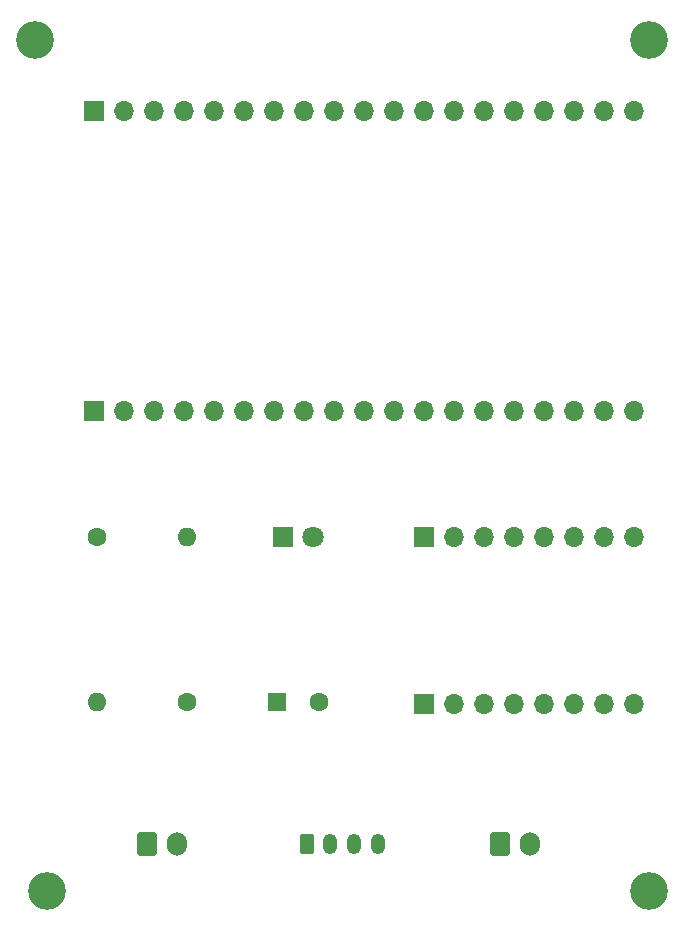
<source format=gbr>
%TF.GenerationSoftware,KiCad,Pcbnew,8.0.7*%
%TF.CreationDate,2026-01-14T22:46:50+09:00*%
%TF.ProjectId,alarm_unit,616c6172-6d5f-4756-9e69-742e6b696361,rev?*%
%TF.SameCoordinates,Original*%
%TF.FileFunction,Soldermask,Bot*%
%TF.FilePolarity,Negative*%
%FSLAX46Y46*%
G04 Gerber Fmt 4.6, Leading zero omitted, Abs format (unit mm)*
G04 Created by KiCad (PCBNEW 8.0.7) date 2026-01-14 22:46:50*
%MOMM*%
%LPD*%
G01*
G04 APERTURE LIST*
G04 Aperture macros list*
%AMRoundRect*
0 Rectangle with rounded corners*
0 $1 Rounding radius*
0 $2 $3 $4 $5 $6 $7 $8 $9 X,Y pos of 4 corners*
0 Add a 4 corners polygon primitive as box body*
4,1,4,$2,$3,$4,$5,$6,$7,$8,$9,$2,$3,0*
0 Add four circle primitives for the rounded corners*
1,1,$1+$1,$2,$3*
1,1,$1+$1,$4,$5*
1,1,$1+$1,$6,$7*
1,1,$1+$1,$8,$9*
0 Add four rect primitives between the rounded corners*
20,1,$1+$1,$2,$3,$4,$5,0*
20,1,$1+$1,$4,$5,$6,$7,0*
20,1,$1+$1,$6,$7,$8,$9,0*
20,1,$1+$1,$8,$9,$2,$3,0*%
G04 Aperture macros list end*
%ADD10C,3.200000*%
%ADD11O,1.700000X1.700000*%
%ADD12R,1.700000X1.700000*%
%ADD13C,1.600000*%
%ADD14O,1.600000X1.600000*%
%ADD15RoundRect,0.250000X-0.600000X-0.750000X0.600000X-0.750000X0.600000X0.750000X-0.600000X0.750000X0*%
%ADD16O,1.700000X2.000000*%
%ADD17RoundRect,0.250000X-0.350000X-0.625000X0.350000X-0.625000X0.350000X0.625000X-0.350000X0.625000X0*%
%ADD18O,1.200000X1.750000*%
%ADD19R,1.800000X1.800000*%
%ADD20C,1.800000*%
%ADD21R,1.600000X1.600000*%
G04 APERTURE END LIST*
D10*
%TO.C,REF\u002A\u002A*%
X97000000Y-116000000D03*
%TD*%
%TO.C,REF\u002A\u002A*%
X46000000Y-116000000D03*
%TD*%
%TO.C,REF\u002A\u002A*%
X97000000Y-44000000D03*
%TD*%
%TO.C,REF\u002A\u002A*%
X45000000Y-44000000D03*
%TD*%
D11*
%TO.C,DFPlayer*%
X95700000Y-86000000D03*
X93160000Y-86000000D03*
X90620000Y-86000000D03*
X88080000Y-86000000D03*
X85540000Y-86000000D03*
X83000000Y-86000000D03*
X80460000Y-86000000D03*
D12*
X77920000Y-86000000D03*
%TD*%
%TO.C,U2_Left1*%
X77920000Y-100150000D03*
D11*
X80460000Y-100150000D03*
X83000000Y-100150000D03*
X85540000Y-100150000D03*
X88080000Y-100150000D03*
X90620000Y-100150000D03*
X93160000Y-100150000D03*
X95700000Y-100150000D03*
%TD*%
D12*
%TO.C,U1_Right1*%
X50000000Y-50000000D03*
D11*
X52540000Y-50000000D03*
X55080000Y-50000000D03*
X57620000Y-50000000D03*
X60160000Y-50000000D03*
X62700000Y-50000000D03*
X65240000Y-50000000D03*
X67780000Y-50000000D03*
X70320000Y-50000000D03*
X72860000Y-50000000D03*
X75400000Y-50000000D03*
X77940000Y-50000000D03*
X80480000Y-50000000D03*
X83020000Y-50000000D03*
X85560000Y-50000000D03*
X88100000Y-50000000D03*
X90640000Y-50000000D03*
X93180000Y-50000000D03*
X95720000Y-50000000D03*
%TD*%
D12*
%TO.C,ESP32_WROVER*%
X50000000Y-75400000D03*
D11*
X52540000Y-75400000D03*
X55080000Y-75400000D03*
X57620000Y-75400000D03*
X60160000Y-75400000D03*
X62700000Y-75400000D03*
X65240000Y-75400000D03*
X67780000Y-75400000D03*
X70320000Y-75400000D03*
X72860000Y-75400000D03*
X75400000Y-75400000D03*
X77940000Y-75400000D03*
X80480000Y-75400000D03*
X83020000Y-75400000D03*
X85560000Y-75400000D03*
X88100000Y-75400000D03*
X90640000Y-75400000D03*
X93180000Y-75400000D03*
X95720000Y-75400000D03*
%TD*%
D13*
%TO.C,510*%
X50190000Y-86000000D03*
D14*
X57810000Y-86000000D03*
%TD*%
%TO.C,1k*%
X50190000Y-100000000D03*
D13*
X57810000Y-100000000D03*
%TD*%
D15*
%TO.C,Button*%
X54500000Y-112000000D03*
D16*
X57000000Y-112000000D03*
%TD*%
D17*
%TO.C,7Seg_Display*%
X68000000Y-112000000D03*
D18*
X70000000Y-112000000D03*
X72000000Y-112000000D03*
X74000000Y-112000000D03*
%TD*%
D15*
%TO.C,Speaker*%
X84360000Y-112000000D03*
D16*
X86860000Y-112000000D03*
%TD*%
D19*
%TO.C,LED*%
X66000000Y-86000000D03*
D20*
X68540000Y-86000000D03*
%TD*%
D21*
%TO.C,470u*%
X65500000Y-100000000D03*
D13*
X69000000Y-100000000D03*
%TD*%
M02*

</source>
